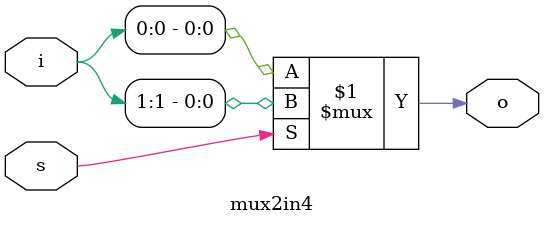
<source format=v>
module mux2in4(input [1:0] i, input s, output o);
    assign o = s ? i[1] : i[0];
endmodule

</source>
